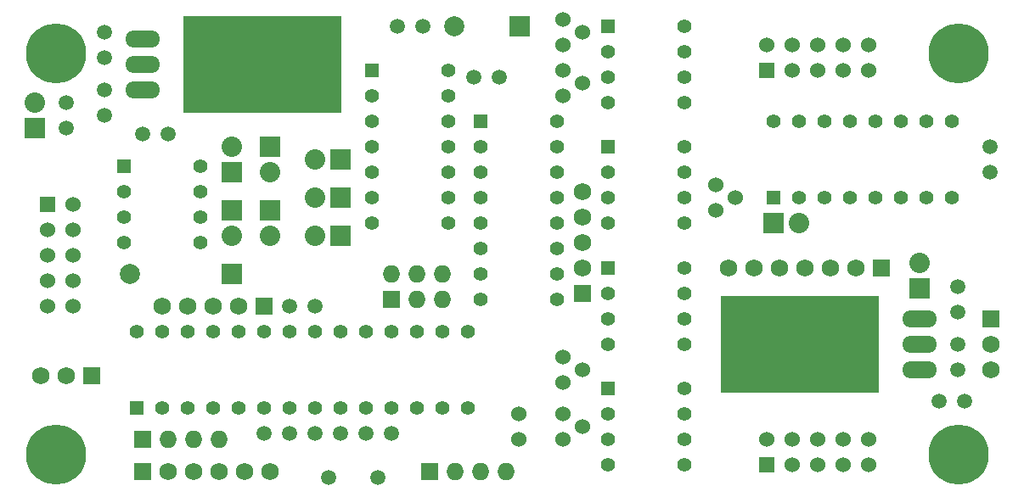
<source format=gts>
%FSLAX36Y36*%
G04 Gerber Fmt 3.6, Leading zero omitted, Abs format (unit inch)*
G04 Created by KiCad (PCBNEW (2014-jul-16 BZR unknown)-product) date Thu 16 Oct 2014 07:06:33 PM PDT*
%MOIN*%
G01*
G04 APERTURE LIST*
%ADD10C,0.003937*%
%ADD11C,0.059100*%
%ADD12C,0.078700*%
%ADD13R,0.078700X0.078700*%
%ADD14C,0.236220*%
%ADD15R,0.068000X0.068000*%
%ADD16C,0.068000*%
%ADD17R,0.060000X0.060000*%
%ADD18C,0.060000*%
%ADD19O,0.068000X0.068000*%
%ADD20R,0.055000X0.055000*%
%ADD21C,0.055000*%
%ADD22O,0.137800X0.066900*%
%ADD23R,0.620000X0.380000*%
%ADD24R,0.080000X0.080000*%
%ADD25O,0.080000X0.080000*%
G04 APERTURE END LIST*
D10*
D11*
X4325000Y-4050000D03*
X4325000Y-4150000D03*
X4175000Y-4425000D03*
X4175000Y-4325000D03*
X4325000Y-4375000D03*
X4325000Y-4275000D03*
X4950000Y-5625000D03*
X5050000Y-5625000D03*
D12*
X4425000Y-5000000D03*
D13*
X4825000Y-5000000D03*
D14*
X4133858Y-4133858D03*
X7677165Y-4133858D03*
X4133858Y-5708661D03*
X7677165Y-5708661D03*
D15*
X7805000Y-5175000D03*
D16*
X7805000Y-5275000D03*
X7805000Y-5375000D03*
D15*
X4275000Y-5400000D03*
D16*
X4175000Y-5400000D03*
X4075000Y-5400000D03*
D17*
X4100000Y-4725000D03*
D18*
X4200000Y-4725000D03*
X4100000Y-4825000D03*
X4200000Y-4825000D03*
X4100000Y-4925000D03*
X4200000Y-4925000D03*
X4100000Y-5025000D03*
X4200000Y-5025000D03*
X4100000Y-5125000D03*
X4200000Y-5125000D03*
D15*
X5600000Y-5775000D03*
D19*
X5700000Y-5775000D03*
X5800000Y-5775000D03*
X5900000Y-5775000D03*
D13*
X5953000Y-4025000D03*
D12*
X5697000Y-4025000D03*
D20*
X6300000Y-4500000D03*
D21*
X6300000Y-4600000D03*
X6300000Y-4700000D03*
X6300000Y-4800000D03*
X6600000Y-4800000D03*
X6600000Y-4700000D03*
X6600000Y-4600000D03*
X6600000Y-4500000D03*
D20*
X6300000Y-4975000D03*
D21*
X6300000Y-5075000D03*
X6300000Y-5175000D03*
X6300000Y-5275000D03*
X6600000Y-5275000D03*
X6600000Y-5175000D03*
X6600000Y-5075000D03*
X6600000Y-4975000D03*
D20*
X6300000Y-5450000D03*
D21*
X6300000Y-5550000D03*
X6300000Y-5650000D03*
X6300000Y-5750000D03*
X6600000Y-5750000D03*
X6600000Y-5650000D03*
X6600000Y-5550000D03*
X6600000Y-5450000D03*
D20*
X5375000Y-4200000D03*
D21*
X5375000Y-4300000D03*
X5375000Y-4400000D03*
X5375000Y-4500000D03*
X5375000Y-4600000D03*
X5375000Y-4700000D03*
X5375000Y-4800000D03*
X5675000Y-4800000D03*
X5675000Y-4700000D03*
X5675000Y-4600000D03*
X5675000Y-4500000D03*
X5675000Y-4400000D03*
X5675000Y-4300000D03*
X5675000Y-4200000D03*
D11*
X5203900Y-5800000D03*
X5396100Y-5800000D03*
D18*
X5950000Y-5550000D03*
X5950000Y-5650000D03*
D11*
X7600000Y-5500000D03*
X7700000Y-5500000D03*
X7675000Y-5150000D03*
X7675000Y-5050000D03*
X7675000Y-5275000D03*
X7675000Y-5375000D03*
X7800000Y-4500000D03*
X7800000Y-4600000D03*
X5250000Y-5625000D03*
X5150000Y-5625000D03*
X5350000Y-5625000D03*
X5450000Y-5625000D03*
X5150000Y-5125000D03*
X5050000Y-5125000D03*
X5475000Y-4025000D03*
X5575000Y-4025000D03*
X5875000Y-4225000D03*
X5775000Y-4225000D03*
D17*
X6925000Y-5750000D03*
D18*
X6925000Y-5650000D03*
X7025000Y-5750000D03*
X7025000Y-5650000D03*
X7125000Y-5750000D03*
X7125000Y-5650000D03*
X7225000Y-5750000D03*
X7225000Y-5650000D03*
X7325000Y-5750000D03*
X7325000Y-5650000D03*
D17*
X6925000Y-4200000D03*
D18*
X6925000Y-4100000D03*
X7025000Y-4200000D03*
X7025000Y-4100000D03*
X7125000Y-4200000D03*
X7125000Y-4100000D03*
X7225000Y-4200000D03*
X7225000Y-4100000D03*
X7325000Y-4200000D03*
X7325000Y-4100000D03*
D15*
X4475000Y-5775000D03*
D16*
X4575000Y-5775000D03*
X4675000Y-5775000D03*
X4775000Y-5775000D03*
X4875000Y-5775000D03*
X4975000Y-5775000D03*
D15*
X5450000Y-5100000D03*
D19*
X5450000Y-5000000D03*
X5550000Y-5100000D03*
X5550000Y-5000000D03*
X5650000Y-5100000D03*
X5650000Y-5000000D03*
D15*
X4475000Y-5650000D03*
D19*
X4575000Y-5650000D03*
X4675000Y-5650000D03*
X4775000Y-5650000D03*
D15*
X7375000Y-4975000D03*
D16*
X7275000Y-4975000D03*
X7175000Y-4975000D03*
X7075000Y-4975000D03*
X6975000Y-4975000D03*
X6875000Y-4975000D03*
X6775000Y-4975000D03*
D15*
X6200000Y-5075000D03*
D16*
X6200000Y-4975000D03*
X6200000Y-4875000D03*
X6200000Y-4775000D03*
X6200000Y-4675000D03*
D20*
X5800000Y-4400000D03*
D21*
X5800000Y-4500000D03*
X5800000Y-4600000D03*
X5800000Y-4700000D03*
X5800000Y-4800000D03*
X5800000Y-4900000D03*
X5800000Y-5000000D03*
X5800000Y-5100000D03*
X6100000Y-5100000D03*
X6100000Y-5000000D03*
X6100000Y-4900000D03*
X6100000Y-4800000D03*
X6100000Y-4700000D03*
X6100000Y-4600000D03*
X6100000Y-4500000D03*
X6100000Y-4400000D03*
D15*
X4950000Y-5125000D03*
D16*
X4850000Y-5125000D03*
X4750000Y-5125000D03*
X4650000Y-5125000D03*
X4550000Y-5125000D03*
D20*
X6300000Y-4025000D03*
D21*
X6300000Y-4125000D03*
X6300000Y-4225000D03*
X6300000Y-4325000D03*
X6600000Y-4325000D03*
X6600000Y-4225000D03*
X6600000Y-4125000D03*
X6600000Y-4025000D03*
D22*
X7525000Y-5275000D03*
X7525000Y-5375000D03*
X7525000Y-5175000D03*
D23*
X7055000Y-5275000D03*
D20*
X6950000Y-4700000D03*
D21*
X7050000Y-4700000D03*
X7150000Y-4700000D03*
X7250000Y-4700000D03*
X7350000Y-4700000D03*
X7450000Y-4700000D03*
X7550000Y-4700000D03*
X7650000Y-4700000D03*
X7650000Y-4400000D03*
X7550000Y-4400000D03*
X7450000Y-4400000D03*
X7350000Y-4400000D03*
X7250000Y-4400000D03*
X7150000Y-4400000D03*
X7050000Y-4400000D03*
X6950000Y-4400000D03*
D22*
X4475000Y-4175000D03*
X4475000Y-4075000D03*
X4475000Y-4275000D03*
D23*
X4945000Y-4175000D03*
D20*
X4400000Y-4575000D03*
D21*
X4400000Y-4675000D03*
X4400000Y-4775000D03*
X4400000Y-4875000D03*
X4700000Y-4875000D03*
X4700000Y-4775000D03*
X4700000Y-4675000D03*
X4700000Y-4575000D03*
X4550000Y-5525000D03*
X4650000Y-5525000D03*
X4750000Y-5525000D03*
X4850000Y-5525000D03*
X4950000Y-5525000D03*
X5050000Y-5525000D03*
X5150000Y-5525000D03*
X5250000Y-5525000D03*
X5350000Y-5525000D03*
X5450000Y-5525000D03*
X5550000Y-5525000D03*
X5650000Y-5525000D03*
X5750000Y-5525000D03*
D20*
X4450000Y-5525000D03*
D21*
X5750000Y-5225000D03*
X5650000Y-5225000D03*
X5550000Y-5225000D03*
X5450000Y-5225000D03*
X5350000Y-5225000D03*
X5250000Y-5225000D03*
X5150000Y-5225000D03*
X5050000Y-5225000D03*
X4950000Y-5225000D03*
X4850000Y-5225000D03*
X4750000Y-5225000D03*
X4650000Y-5225000D03*
X4550000Y-5225000D03*
X4450000Y-5225000D03*
D24*
X5250000Y-4850000D03*
D25*
X5150000Y-4850000D03*
D24*
X5250000Y-4700000D03*
D25*
X5150000Y-4700000D03*
D24*
X5250000Y-4550000D03*
D25*
X5150000Y-4550000D03*
D24*
X4050000Y-4425000D03*
D25*
X4050000Y-4325000D03*
D24*
X4975000Y-4750000D03*
D25*
X4975000Y-4850000D03*
D24*
X4975000Y-4500000D03*
D25*
X4975000Y-4600000D03*
D24*
X4825000Y-4600000D03*
D25*
X4825000Y-4500000D03*
D24*
X4825000Y-4750000D03*
D25*
X4825000Y-4850000D03*
D24*
X6950000Y-4800000D03*
D25*
X7050000Y-4800000D03*
D24*
X7525000Y-5055000D03*
D25*
X7525000Y-4955000D03*
D11*
X4575000Y-4450000D03*
X4475000Y-4450000D03*
D18*
X6125000Y-4000000D03*
X6200000Y-4050000D03*
X6125000Y-4100000D03*
X6125000Y-4200000D03*
X6200000Y-4250000D03*
X6125000Y-4300000D03*
X6125000Y-5550000D03*
X6200000Y-5600000D03*
X6125000Y-5650000D03*
X6125000Y-5325000D03*
X6200000Y-5375000D03*
X6125000Y-5425000D03*
X6725000Y-4650000D03*
X6800000Y-4700000D03*
X6725000Y-4750000D03*
M02*

</source>
